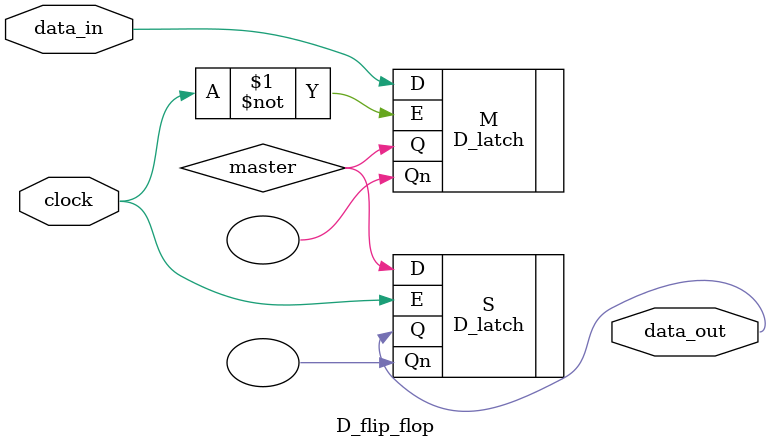
<source format=v>
`timescale 1ns / 1ps


module D_flip_flop(

    input data_in,
    input clock,
    output data_out

    );
    
    wire master;
    
    D_latch M(

    .D(data_in),
    .E(~clock),
    .Q(master),
    .Qn()

    );
    
    D_latch S(

    .D(master),
    .E(clock),
    .Q(data_out),
    .Qn()

    );
    
    
endmodule

</source>
